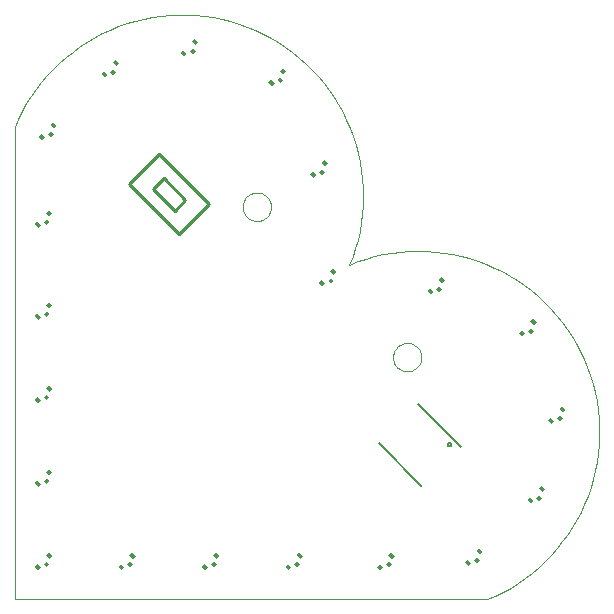
<source format=gbo>
G75*
G70*
%OFA0B0*%
%FSLAX24Y24*%
%IPPOS*%
%LPD*%
%AMOC8*
5,1,8,0,0,1.08239X$1,22.5*
%
%ADD10C,0.0000*%
%ADD11R,0.0128X0.0167*%
%ADD12R,0.0138X0.0138*%
%ADD13C,0.0100*%
%ADD14C,0.0080*%
%ADD15C,0.0060*%
D10*
X009756Y010038D02*
X025504Y010038D01*
X025771Y010155D01*
X026032Y010285D01*
X026287Y010428D01*
X026534Y010582D01*
X026773Y010749D01*
X027005Y010927D01*
X027227Y011115D01*
X027440Y011315D01*
X027643Y011524D01*
X027835Y011743D01*
X028017Y011971D01*
X028188Y012207D01*
X028347Y012452D01*
X028494Y012704D01*
X028629Y012962D01*
X028751Y013227D01*
X028860Y013498D01*
X028956Y013773D01*
X029038Y014053D01*
X029107Y014336D01*
X029162Y014622D01*
X029203Y014911D01*
X029231Y015201D01*
X029244Y015493D01*
X029243Y015784D01*
X029228Y016076D01*
X029199Y016366D01*
X029156Y016654D01*
X029099Y016940D01*
X029028Y017223D01*
X028944Y017502D01*
X028846Y017777D01*
X028735Y018047D01*
X028611Y018311D01*
X028475Y018568D01*
X028326Y018819D01*
X028166Y019063D01*
X027994Y019298D01*
X027810Y019525D01*
X027616Y019743D01*
X027412Y019951D01*
X027198Y020148D01*
X026974Y020336D01*
X026742Y020512D01*
X026501Y020677D01*
X026253Y020830D01*
X025998Y020971D01*
X025736Y021099D01*
X025468Y021215D01*
X025195Y021317D01*
X024918Y021407D01*
X024636Y021482D01*
X024351Y021544D01*
X024063Y021592D01*
X023774Y021627D01*
X023483Y021647D01*
X023191Y021653D01*
X022900Y021645D01*
X022609Y021623D01*
X022320Y021587D01*
X022032Y021537D01*
X021748Y021473D01*
X021467Y021395D01*
X021190Y021304D01*
X020917Y021200D01*
X017357Y023123D02*
X017359Y023166D01*
X017365Y023208D01*
X017375Y023250D01*
X017388Y023291D01*
X017405Y023331D01*
X017426Y023368D01*
X017450Y023404D01*
X017477Y023437D01*
X017507Y023468D01*
X017540Y023496D01*
X017575Y023521D01*
X017612Y023542D01*
X017651Y023560D01*
X017691Y023574D01*
X017733Y023585D01*
X017775Y023592D01*
X017818Y023595D01*
X017861Y023594D01*
X017904Y023589D01*
X017946Y023580D01*
X017987Y023568D01*
X018027Y023552D01*
X018065Y023532D01*
X018101Y023509D01*
X018135Y023482D01*
X018167Y023453D01*
X018195Y023421D01*
X018221Y023386D01*
X018243Y023350D01*
X018262Y023311D01*
X018277Y023271D01*
X018289Y023230D01*
X018297Y023187D01*
X018301Y023144D01*
X018301Y023102D01*
X018297Y023059D01*
X018289Y023016D01*
X018277Y022975D01*
X018262Y022935D01*
X018243Y022896D01*
X018221Y022860D01*
X018195Y022825D01*
X018167Y022793D01*
X018135Y022764D01*
X018101Y022737D01*
X018065Y022714D01*
X018027Y022694D01*
X017987Y022678D01*
X017946Y022666D01*
X017904Y022657D01*
X017861Y022652D01*
X017818Y022651D01*
X017775Y022654D01*
X017733Y022661D01*
X017691Y022672D01*
X017651Y022686D01*
X017612Y022704D01*
X017575Y022725D01*
X017540Y022750D01*
X017507Y022778D01*
X017477Y022809D01*
X017450Y022842D01*
X017426Y022878D01*
X017405Y022915D01*
X017388Y022955D01*
X017375Y022996D01*
X017365Y023038D01*
X017359Y023080D01*
X017357Y023123D01*
X020918Y021199D02*
X021022Y021472D01*
X021113Y021749D01*
X021191Y022030D01*
X021255Y022314D01*
X021305Y022602D01*
X021341Y022891D01*
X021363Y023182D01*
X021371Y023473D01*
X021365Y023765D01*
X021345Y024056D01*
X021310Y024345D01*
X021262Y024633D01*
X021200Y024918D01*
X021125Y025200D01*
X021035Y025477D01*
X020933Y025750D01*
X020817Y026018D01*
X020689Y026280D01*
X020548Y026535D01*
X020395Y026783D01*
X020230Y027024D01*
X020054Y027256D01*
X019866Y027480D01*
X019669Y027694D01*
X019461Y027898D01*
X019243Y028092D01*
X019016Y028276D01*
X018781Y028448D01*
X018537Y028608D01*
X018286Y028757D01*
X018029Y028893D01*
X017765Y029017D01*
X017495Y029128D01*
X017220Y029226D01*
X016941Y029310D01*
X016658Y029381D01*
X016372Y029438D01*
X016084Y029481D01*
X015794Y029510D01*
X015502Y029525D01*
X015211Y029526D01*
X014919Y029513D01*
X014629Y029485D01*
X014340Y029444D01*
X014054Y029389D01*
X013771Y029320D01*
X013491Y029238D01*
X013216Y029142D01*
X012945Y029033D01*
X012680Y028911D01*
X012422Y028776D01*
X012170Y028629D01*
X011925Y028470D01*
X011689Y028299D01*
X011461Y028117D01*
X011242Y027925D01*
X011033Y027722D01*
X010833Y027509D01*
X010645Y027287D01*
X010467Y027055D01*
X010300Y026816D01*
X010146Y026569D01*
X010003Y026314D01*
X009873Y026053D01*
X009756Y025786D01*
X009756Y010038D01*
X022368Y018112D02*
X022370Y018155D01*
X022376Y018197D01*
X022386Y018239D01*
X022399Y018280D01*
X022416Y018320D01*
X022437Y018357D01*
X022461Y018393D01*
X022488Y018426D01*
X022518Y018457D01*
X022551Y018485D01*
X022586Y018510D01*
X022623Y018531D01*
X022662Y018549D01*
X022702Y018563D01*
X022744Y018574D01*
X022786Y018581D01*
X022829Y018584D01*
X022872Y018583D01*
X022915Y018578D01*
X022957Y018569D01*
X022998Y018557D01*
X023038Y018541D01*
X023076Y018521D01*
X023112Y018498D01*
X023146Y018471D01*
X023178Y018442D01*
X023206Y018410D01*
X023232Y018375D01*
X023254Y018339D01*
X023273Y018300D01*
X023288Y018260D01*
X023300Y018219D01*
X023308Y018176D01*
X023312Y018133D01*
X023312Y018091D01*
X023308Y018048D01*
X023300Y018005D01*
X023288Y017964D01*
X023273Y017924D01*
X023254Y017885D01*
X023232Y017849D01*
X023206Y017814D01*
X023178Y017782D01*
X023146Y017753D01*
X023112Y017726D01*
X023076Y017703D01*
X023038Y017683D01*
X022998Y017667D01*
X022957Y017655D01*
X022915Y017646D01*
X022872Y017641D01*
X022829Y017640D01*
X022786Y017643D01*
X022744Y017650D01*
X022702Y017661D01*
X022662Y017675D01*
X022623Y017693D01*
X022586Y017714D01*
X022551Y017739D01*
X022518Y017767D01*
X022488Y017798D01*
X022461Y017831D01*
X022437Y017867D01*
X022416Y017904D01*
X022399Y017944D01*
X022386Y017985D01*
X022376Y018027D01*
X022370Y018069D01*
X022368Y018112D01*
D11*
G36*
X023503Y020317D02*
X023593Y020407D01*
X023709Y020291D01*
X023619Y020201D01*
X023503Y020317D01*
G37*
G36*
X023886Y020700D02*
X023976Y020790D01*
X024092Y020674D01*
X024002Y020584D01*
X023886Y020700D01*
G37*
G36*
X026565Y018925D02*
X026655Y019015D01*
X026771Y018899D01*
X026681Y018809D01*
X026565Y018925D01*
G37*
G36*
X026948Y019308D02*
X027038Y019398D01*
X027154Y019282D01*
X027064Y019192D01*
X026948Y019308D01*
G37*
G36*
X027922Y016385D02*
X028012Y016475D01*
X028128Y016359D01*
X028038Y016269D01*
X027922Y016385D01*
G37*
G36*
X027540Y016002D02*
X027630Y016092D01*
X027746Y015976D01*
X027656Y015886D01*
X027540Y016002D01*
G37*
G36*
X027226Y013740D02*
X027316Y013830D01*
X027432Y013714D01*
X027342Y013624D01*
X027226Y013740D01*
G37*
G36*
X026844Y013357D02*
X026934Y013447D01*
X027050Y013331D01*
X026960Y013241D01*
X026844Y013357D01*
G37*
G36*
X025139Y011652D02*
X025229Y011742D01*
X025345Y011626D01*
X025255Y011536D01*
X025139Y011652D01*
G37*
G36*
X024756Y011269D02*
X024846Y011359D01*
X024962Y011243D01*
X024872Y011153D01*
X024756Y011269D01*
G37*
G36*
X022216Y011513D02*
X022306Y011603D01*
X022422Y011487D01*
X022332Y011397D01*
X022216Y011513D01*
G37*
G36*
X021833Y011130D02*
X021923Y011220D01*
X022039Y011104D01*
X021949Y011014D01*
X021833Y011130D01*
G37*
G36*
X019153Y011513D02*
X019243Y011603D01*
X019359Y011487D01*
X019269Y011397D01*
X019153Y011513D01*
G37*
G36*
X018770Y011130D02*
X018860Y011220D01*
X018976Y011104D01*
X018886Y011014D01*
X018770Y011130D01*
G37*
G36*
X016369Y011513D02*
X016459Y011603D01*
X016575Y011487D01*
X016485Y011397D01*
X016369Y011513D01*
G37*
G36*
X015987Y011130D02*
X016077Y011220D01*
X016193Y011104D01*
X016103Y011014D01*
X015987Y011130D01*
G37*
G36*
X013585Y011513D02*
X013675Y011603D01*
X013791Y011487D01*
X013701Y011397D01*
X013585Y011513D01*
G37*
G36*
X013203Y011130D02*
X013293Y011220D01*
X013409Y011104D01*
X013319Y011014D01*
X013203Y011130D01*
G37*
G36*
X010802Y011513D02*
X010892Y011603D01*
X011008Y011487D01*
X010918Y011397D01*
X010802Y011513D01*
G37*
G36*
X010419Y011130D02*
X010509Y011220D01*
X010625Y011104D01*
X010535Y011014D01*
X010419Y011130D01*
G37*
G36*
X010419Y013914D02*
X010509Y014004D01*
X010625Y013888D01*
X010535Y013798D01*
X010419Y013914D01*
G37*
G36*
X010802Y014297D02*
X010892Y014387D01*
X011008Y014271D01*
X010918Y014181D01*
X010802Y014297D01*
G37*
G36*
X010419Y016698D02*
X010509Y016788D01*
X010625Y016672D01*
X010535Y016582D01*
X010419Y016698D01*
G37*
G36*
X010802Y017081D02*
X010892Y017171D01*
X011008Y017055D01*
X010918Y016965D01*
X010802Y017081D01*
G37*
G36*
X010419Y019482D02*
X010509Y019572D01*
X010625Y019456D01*
X010535Y019366D01*
X010419Y019482D01*
G37*
G36*
X010802Y019865D02*
X010892Y019955D01*
X011008Y019839D01*
X010918Y019749D01*
X010802Y019865D01*
G37*
G36*
X010419Y022544D02*
X010509Y022634D01*
X010625Y022518D01*
X010535Y022428D01*
X010419Y022544D01*
G37*
G36*
X010802Y022927D02*
X010892Y023017D01*
X011008Y022901D01*
X010918Y022811D01*
X010802Y022927D01*
G37*
G36*
X010558Y025467D02*
X010648Y025557D01*
X010764Y025441D01*
X010674Y025351D01*
X010558Y025467D01*
G37*
G36*
X010941Y025850D02*
X011031Y025940D01*
X011147Y025824D01*
X011057Y025734D01*
X010941Y025850D01*
G37*
G36*
X012646Y027555D02*
X012736Y027645D01*
X012852Y027529D01*
X012762Y027439D01*
X012646Y027555D01*
G37*
G36*
X013029Y027938D02*
X013119Y028028D01*
X013235Y027912D01*
X013145Y027822D01*
X013029Y027938D01*
G37*
G36*
X015291Y028251D02*
X015381Y028341D01*
X015497Y028225D01*
X015407Y028135D01*
X015291Y028251D01*
G37*
G36*
X015673Y028634D02*
X015763Y028724D01*
X015879Y028608D01*
X015789Y028518D01*
X015673Y028634D01*
G37*
G36*
X018214Y027277D02*
X018304Y027367D01*
X018420Y027251D01*
X018330Y027161D01*
X018214Y027277D01*
G37*
G36*
X018596Y027659D02*
X018686Y027749D01*
X018802Y027633D01*
X018712Y027543D01*
X018596Y027659D01*
G37*
G36*
X019988Y024597D02*
X020078Y024687D01*
X020194Y024571D01*
X020104Y024481D01*
X019988Y024597D01*
G37*
G36*
X019606Y024214D02*
X019696Y024304D01*
X019812Y024188D01*
X019722Y024098D01*
X019606Y024214D01*
G37*
G36*
X020267Y020978D02*
X020357Y021068D01*
X020473Y020952D01*
X020383Y020862D01*
X020267Y020978D01*
G37*
G36*
X019884Y020595D02*
X019974Y020685D01*
X020090Y020569D01*
X020000Y020479D01*
X019884Y020595D01*
G37*
D12*
G36*
X020189Y020666D02*
X020286Y020763D01*
X020383Y020666D01*
X020286Y020569D01*
X020189Y020666D01*
G37*
G36*
X019911Y024285D02*
X020008Y024382D01*
X020105Y024285D01*
X020008Y024188D01*
X019911Y024285D01*
G37*
G36*
X018519Y027347D02*
X018616Y027444D01*
X018713Y027347D01*
X018616Y027250D01*
X018519Y027347D01*
G37*
G36*
X015596Y028322D02*
X015693Y028419D01*
X015790Y028322D01*
X015693Y028225D01*
X015596Y028322D01*
G37*
G36*
X012951Y027626D02*
X013048Y027723D01*
X013145Y027626D01*
X013048Y027529D01*
X012951Y027626D01*
G37*
G36*
X010863Y025538D02*
X010960Y025635D01*
X011057Y025538D01*
X010960Y025441D01*
X010863Y025538D01*
G37*
G36*
X010724Y022615D02*
X010821Y022712D01*
X010918Y022615D01*
X010821Y022518D01*
X010724Y022615D01*
G37*
G36*
X010724Y019552D02*
X010821Y019649D01*
X010918Y019552D01*
X010821Y019455D01*
X010724Y019552D01*
G37*
G36*
X010724Y016768D02*
X010821Y016865D01*
X010918Y016768D01*
X010821Y016671D01*
X010724Y016768D01*
G37*
G36*
X010724Y013985D02*
X010821Y014082D01*
X010918Y013985D01*
X010821Y013888D01*
X010724Y013985D01*
G37*
G36*
X010724Y011201D02*
X010821Y011298D01*
X010918Y011201D01*
X010821Y011104D01*
X010724Y011201D01*
G37*
G36*
X013508Y011201D02*
X013605Y011298D01*
X013702Y011201D01*
X013605Y011104D01*
X013508Y011201D01*
G37*
G36*
X016292Y011201D02*
X016389Y011298D01*
X016486Y011201D01*
X016389Y011104D01*
X016292Y011201D01*
G37*
G36*
X019076Y011201D02*
X019173Y011298D01*
X019270Y011201D01*
X019173Y011104D01*
X019076Y011201D01*
G37*
G36*
X022138Y011201D02*
X022235Y011298D01*
X022332Y011201D01*
X022235Y011104D01*
X022138Y011201D01*
G37*
G36*
X025061Y011340D02*
X025158Y011437D01*
X025255Y011340D01*
X025158Y011243D01*
X025061Y011340D01*
G37*
G36*
X027149Y013428D02*
X027246Y013525D01*
X027343Y013428D01*
X027246Y013331D01*
X027149Y013428D01*
G37*
G36*
X027845Y016072D02*
X027942Y016169D01*
X028039Y016072D01*
X027942Y015975D01*
X027845Y016072D01*
G37*
G36*
X026871Y018996D02*
X026968Y019093D01*
X027065Y018996D01*
X026968Y018899D01*
X026871Y018996D01*
G37*
G36*
X023808Y020387D02*
X023905Y020484D01*
X024002Y020387D01*
X023905Y020290D01*
X023808Y020387D01*
G37*
D13*
X016243Y023206D02*
X014572Y024876D01*
X013570Y023874D01*
X015240Y022204D01*
X016243Y023206D01*
X015449Y023359D02*
X015087Y022997D01*
X014364Y023721D01*
X014725Y024083D01*
X015449Y023359D01*
D14*
X024191Y015203D02*
X024193Y015218D01*
X024199Y015231D01*
X024208Y015243D01*
X024219Y015252D01*
X024233Y015258D01*
X024248Y015260D01*
X024263Y015258D01*
X024276Y015252D01*
X024288Y015243D01*
X024297Y015232D01*
X024303Y015218D01*
X024305Y015203D01*
X024303Y015188D01*
X024297Y015175D01*
X024288Y015163D01*
X024277Y015154D01*
X024263Y015148D01*
X024248Y015146D01*
X024233Y015148D01*
X024220Y015154D01*
X024208Y015163D01*
X024199Y015174D01*
X024193Y015188D01*
X024191Y015203D01*
D15*
X024630Y015132D02*
X023209Y016553D01*
X021894Y015238D02*
X023315Y013817D01*
M02*

</source>
